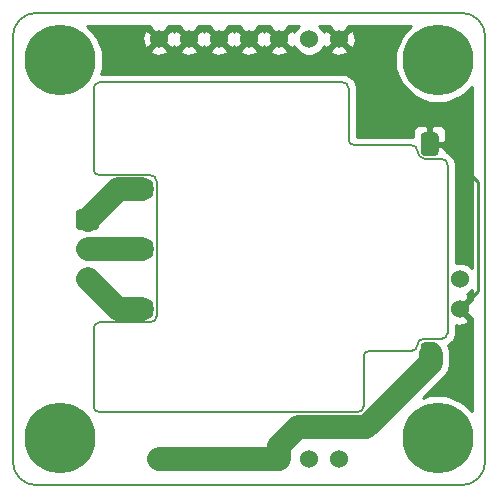
<source format=gtl>
%TF.GenerationSoftware,KiCad,Pcbnew,5.0.2+dfsg1-1*%
%TF.CreationDate,2022-03-26T23:49:25+09:00*%
%TF.ProjectId,pwm-esc-littlebee,70776d2d-6573-4632-9d6c-6974746c6562,rev?*%
%TF.SameCoordinates,Original*%
%TF.FileFunction,Copper,L1,Top*%
%TF.FilePolarity,Positive*%
%FSLAX46Y46*%
G04 Gerber Fmt 4.6, Leading zero omitted, Abs format (unit mm)*
G04 Created by KiCad (PCBNEW 5.0.2+dfsg1-1) date Sat 26 Mar 2022 11:49:25 PM JST*
%MOMM*%
%LPD*%
G01*
G04 APERTURE LIST*
%ADD10C,0.150000*%
%ADD11C,6.000000*%
%ADD12C,1.524000*%
%ADD13C,0.100000*%
%ADD14C,1.700000*%
%ADD15O,1.950000X1.700000*%
%ADD16C,2.000000*%
%ADD17C,0.250000*%
%ADD18C,0.254000*%
G04 APERTURE END LIST*
D10*
X116840000Y-63246000D02*
X116840000Y-56388000D01*
X121666000Y-63754000D02*
X117348000Y-63754000D01*
X117348000Y-63754000D02*
G75*
G02X116840000Y-63246000I0J508000D01*
G01*
X122174000Y-64262000D02*
X122174000Y-75692000D01*
X116840000Y-76708000D02*
X116840000Y-83312000D01*
X117348000Y-76200000D02*
X121666000Y-76200000D01*
X116840000Y-76708000D02*
G75*
G02X117348000Y-76200000I508000J0D01*
G01*
X122174000Y-75692000D02*
G75*
G02X121666000Y-76200000I-508000J0D01*
G01*
X121666000Y-63754000D02*
G75*
G02X122174000Y-64262000I0J-508000D01*
G01*
X138430000Y-56388000D02*
X138430000Y-60706000D01*
X137922000Y-55880000D02*
G75*
G02X138430000Y-56388000I0J-508000D01*
G01*
X117348000Y-55880000D02*
X137922000Y-55880000D01*
X138938000Y-61214000D02*
X143764000Y-61214000D01*
X138938000Y-61214000D02*
G75*
G02X138430000Y-60706000I0J508000D01*
G01*
X143764000Y-61214000D02*
G75*
G02X144272000Y-61722000I0J-508000D01*
G01*
X139700000Y-79121000D02*
X139700000Y-83312000D01*
X140208000Y-78613000D02*
X143764000Y-78613000D01*
X144272000Y-78105000D02*
G75*
G02X143764000Y-78613000I-508000J0D01*
G01*
X139700000Y-79121000D02*
G75*
G02X140208000Y-78613000I508000J0D01*
G01*
X139700000Y-83312000D02*
G75*
G02X139192000Y-83820000I-508000J0D01*
G01*
X117348000Y-83820000D02*
X139192000Y-83820000D01*
X117348000Y-83820000D02*
G75*
G02X116840000Y-83312000I0J508000D01*
G01*
X116840000Y-56388000D02*
G75*
G02X117348000Y-55880000I508000J0D01*
G01*
X144780000Y-77597000D02*
X146304000Y-77597000D01*
X144907000Y-62357000D02*
X146304000Y-62357000D01*
X144272000Y-78105000D02*
G75*
G02X144780000Y-77597000I508000J0D01*
G01*
X144907000Y-62357000D02*
G75*
G02X144272000Y-61722000I0J635000D01*
G01*
X146812000Y-77089000D02*
X146812000Y-62865000D01*
X146304000Y-62357000D02*
G75*
G02X146812000Y-62865000I0J-508000D01*
G01*
X146812000Y-77089000D02*
G75*
G02X146304000Y-77597000I-508000J0D01*
G01*
X112000000Y-90000000D02*
G75*
G02X110000000Y-88000000I0J2000000D01*
G01*
X150000000Y-88000000D02*
G75*
G02X148000000Y-90000000I-2000000J0D01*
G01*
X148000000Y-50000000D02*
G75*
G02X150000000Y-52000000I0J-2000000D01*
G01*
X110000000Y-52000000D02*
G75*
G02X112000000Y-50000000I2000000J0D01*
G01*
X110000000Y-88000000D02*
X110000000Y-52000000D01*
X148000000Y-90000000D02*
X112000000Y-90000000D01*
X150000000Y-52000000D02*
X150000000Y-88000000D01*
X112000000Y-50000000D02*
X148000000Y-50000000D01*
D11*
X146000000Y-86000000D03*
X114000000Y-54000000D03*
X146000000Y-54000000D03*
X114000000Y-86000000D03*
D12*
X122380000Y-52220000D03*
X124920000Y-52220000D03*
X127460000Y-52220000D03*
X130000000Y-52220000D03*
X132540000Y-52220000D03*
X135080000Y-52220000D03*
X137620000Y-52220000D03*
X122380000Y-87780000D03*
X124920000Y-87780000D03*
X127460000Y-87780000D03*
X130000000Y-87780000D03*
X132540000Y-87780000D03*
X135080000Y-87780000D03*
X137620000Y-87780000D03*
D13*
G36*
X121560345Y-74319835D02*
X121597329Y-74325321D01*
X121633598Y-74334406D01*
X121668802Y-74347002D01*
X121702602Y-74362988D01*
X121734672Y-74382210D01*
X121764704Y-74404483D01*
X121792408Y-74429592D01*
X121817517Y-74457296D01*
X121839790Y-74487328D01*
X121859012Y-74519398D01*
X121874998Y-74553198D01*
X121887594Y-74588402D01*
X121896679Y-74624671D01*
X121902165Y-74661655D01*
X121904000Y-74699000D01*
X121904000Y-75461000D01*
X121902165Y-75498345D01*
X121896679Y-75535329D01*
X121887594Y-75571598D01*
X121874998Y-75606802D01*
X121859012Y-75640602D01*
X121839790Y-75672672D01*
X121817517Y-75702704D01*
X121792408Y-75730408D01*
X121764704Y-75755517D01*
X121734672Y-75777790D01*
X121702602Y-75797012D01*
X121668802Y-75812998D01*
X121633598Y-75825594D01*
X121597329Y-75834679D01*
X121560345Y-75840165D01*
X121523000Y-75842000D01*
X120285000Y-75842000D01*
X120247655Y-75840165D01*
X120210671Y-75834679D01*
X120174402Y-75825594D01*
X120139198Y-75812998D01*
X120105398Y-75797012D01*
X120073328Y-75777790D01*
X120043296Y-75755517D01*
X120015592Y-75730408D01*
X119990483Y-75702704D01*
X119968210Y-75672672D01*
X119948988Y-75640602D01*
X119933002Y-75606802D01*
X119920406Y-75571598D01*
X119911321Y-75535329D01*
X119905835Y-75498345D01*
X119904000Y-75461000D01*
X119904000Y-74699000D01*
X119905835Y-74661655D01*
X119911321Y-74624671D01*
X119920406Y-74588402D01*
X119933002Y-74553198D01*
X119948988Y-74519398D01*
X119968210Y-74487328D01*
X119990483Y-74457296D01*
X120015592Y-74429592D01*
X120043296Y-74404483D01*
X120073328Y-74382210D01*
X120105398Y-74362988D01*
X120139198Y-74347002D01*
X120174402Y-74334406D01*
X120210671Y-74325321D01*
X120247655Y-74319835D01*
X120285000Y-74318000D01*
X121523000Y-74318000D01*
X121560345Y-74319835D01*
X121560345Y-74319835D01*
G37*
D12*
X120904000Y-75080000D03*
D13*
G36*
X121560345Y-69239835D02*
X121597329Y-69245321D01*
X121633598Y-69254406D01*
X121668802Y-69267002D01*
X121702602Y-69282988D01*
X121734672Y-69302210D01*
X121764704Y-69324483D01*
X121792408Y-69349592D01*
X121817517Y-69377296D01*
X121839790Y-69407328D01*
X121859012Y-69439398D01*
X121874998Y-69473198D01*
X121887594Y-69508402D01*
X121896679Y-69544671D01*
X121902165Y-69581655D01*
X121904000Y-69619000D01*
X121904000Y-70381000D01*
X121902165Y-70418345D01*
X121896679Y-70455329D01*
X121887594Y-70491598D01*
X121874998Y-70526802D01*
X121859012Y-70560602D01*
X121839790Y-70592672D01*
X121817517Y-70622704D01*
X121792408Y-70650408D01*
X121764704Y-70675517D01*
X121734672Y-70697790D01*
X121702602Y-70717012D01*
X121668802Y-70732998D01*
X121633598Y-70745594D01*
X121597329Y-70754679D01*
X121560345Y-70760165D01*
X121523000Y-70762000D01*
X120285000Y-70762000D01*
X120247655Y-70760165D01*
X120210671Y-70754679D01*
X120174402Y-70745594D01*
X120139198Y-70732998D01*
X120105398Y-70717012D01*
X120073328Y-70697790D01*
X120043296Y-70675517D01*
X120015592Y-70650408D01*
X119990483Y-70622704D01*
X119968210Y-70592672D01*
X119948988Y-70560602D01*
X119933002Y-70526802D01*
X119920406Y-70491598D01*
X119911321Y-70455329D01*
X119905835Y-70418345D01*
X119904000Y-70381000D01*
X119904000Y-69619000D01*
X119905835Y-69581655D01*
X119911321Y-69544671D01*
X119920406Y-69508402D01*
X119933002Y-69473198D01*
X119948988Y-69439398D01*
X119968210Y-69407328D01*
X119990483Y-69377296D01*
X120015592Y-69349592D01*
X120043296Y-69324483D01*
X120073328Y-69302210D01*
X120105398Y-69282988D01*
X120139198Y-69267002D01*
X120174402Y-69254406D01*
X120210671Y-69245321D01*
X120247655Y-69239835D01*
X120285000Y-69238000D01*
X121523000Y-69238000D01*
X121560345Y-69239835D01*
X121560345Y-69239835D01*
G37*
D12*
X120904000Y-70000000D03*
D13*
G36*
X121560345Y-64159835D02*
X121597329Y-64165321D01*
X121633598Y-64174406D01*
X121668802Y-64187002D01*
X121702602Y-64202988D01*
X121734672Y-64222210D01*
X121764704Y-64244483D01*
X121792408Y-64269592D01*
X121817517Y-64297296D01*
X121839790Y-64327328D01*
X121859012Y-64359398D01*
X121874998Y-64393198D01*
X121887594Y-64428402D01*
X121896679Y-64464671D01*
X121902165Y-64501655D01*
X121904000Y-64539000D01*
X121904000Y-65301000D01*
X121902165Y-65338345D01*
X121896679Y-65375329D01*
X121887594Y-65411598D01*
X121874998Y-65446802D01*
X121859012Y-65480602D01*
X121839790Y-65512672D01*
X121817517Y-65542704D01*
X121792408Y-65570408D01*
X121764704Y-65595517D01*
X121734672Y-65617790D01*
X121702602Y-65637012D01*
X121668802Y-65652998D01*
X121633598Y-65665594D01*
X121597329Y-65674679D01*
X121560345Y-65680165D01*
X121523000Y-65682000D01*
X120285000Y-65682000D01*
X120247655Y-65680165D01*
X120210671Y-65674679D01*
X120174402Y-65665594D01*
X120139198Y-65652998D01*
X120105398Y-65637012D01*
X120073328Y-65617790D01*
X120043296Y-65595517D01*
X120015592Y-65570408D01*
X119990483Y-65542704D01*
X119968210Y-65512672D01*
X119948988Y-65480602D01*
X119933002Y-65446802D01*
X119920406Y-65411598D01*
X119911321Y-65375329D01*
X119905835Y-65338345D01*
X119904000Y-65301000D01*
X119904000Y-64539000D01*
X119905835Y-64501655D01*
X119911321Y-64464671D01*
X119920406Y-64428402D01*
X119933002Y-64393198D01*
X119948988Y-64359398D01*
X119968210Y-64327328D01*
X119990483Y-64297296D01*
X120015592Y-64269592D01*
X120043296Y-64244483D01*
X120073328Y-64222210D01*
X120105398Y-64202988D01*
X120139198Y-64187002D01*
X120174402Y-64174406D01*
X120210671Y-64165321D01*
X120247655Y-64159835D01*
X120285000Y-64158000D01*
X121523000Y-64158000D01*
X121560345Y-64159835D01*
X121560345Y-64159835D01*
G37*
D12*
X120904000Y-64920000D03*
X147828000Y-75080000D03*
D13*
G36*
X145706345Y-77891835D02*
X145743329Y-77897321D01*
X145779598Y-77906406D01*
X145814802Y-77919002D01*
X145848602Y-77934988D01*
X145880672Y-77954210D01*
X145910704Y-77976483D01*
X145938408Y-78001592D01*
X145963517Y-78029296D01*
X145985790Y-78059328D01*
X146005012Y-78091398D01*
X146020998Y-78125198D01*
X146033594Y-78160402D01*
X146042679Y-78196671D01*
X146048165Y-78233655D01*
X146050000Y-78271000D01*
X146050000Y-79509000D01*
X146048165Y-79546345D01*
X146042679Y-79583329D01*
X146033594Y-79619598D01*
X146020998Y-79654802D01*
X146005012Y-79688602D01*
X145985790Y-79720672D01*
X145963517Y-79750704D01*
X145938408Y-79778408D01*
X145910704Y-79803517D01*
X145880672Y-79825790D01*
X145848602Y-79845012D01*
X145814802Y-79860998D01*
X145779598Y-79873594D01*
X145743329Y-79882679D01*
X145706345Y-79888165D01*
X145669000Y-79890000D01*
X144907000Y-79890000D01*
X144869655Y-79888165D01*
X144832671Y-79882679D01*
X144796402Y-79873594D01*
X144761198Y-79860998D01*
X144727398Y-79845012D01*
X144695328Y-79825790D01*
X144665296Y-79803517D01*
X144637592Y-79778408D01*
X144612483Y-79750704D01*
X144590210Y-79720672D01*
X144570988Y-79688602D01*
X144555002Y-79654802D01*
X144542406Y-79619598D01*
X144533321Y-79583329D01*
X144527835Y-79546345D01*
X144526000Y-79509000D01*
X144526000Y-78271000D01*
X144527835Y-78233655D01*
X144533321Y-78196671D01*
X144542406Y-78160402D01*
X144555002Y-78125198D01*
X144570988Y-78091398D01*
X144590210Y-78059328D01*
X144612483Y-78029296D01*
X144637592Y-78001592D01*
X144665296Y-77976483D01*
X144695328Y-77954210D01*
X144727398Y-77934988D01*
X144761198Y-77919002D01*
X144796402Y-77906406D01*
X144832671Y-77897321D01*
X144869655Y-77891835D01*
X144907000Y-77890000D01*
X145669000Y-77890000D01*
X145706345Y-77891835D01*
X145706345Y-77891835D01*
G37*
D12*
X145288000Y-78890000D03*
D13*
G36*
X145706345Y-60111835D02*
X145743329Y-60117321D01*
X145779598Y-60126406D01*
X145814802Y-60139002D01*
X145848602Y-60154988D01*
X145880672Y-60174210D01*
X145910704Y-60196483D01*
X145938408Y-60221592D01*
X145963517Y-60249296D01*
X145985790Y-60279328D01*
X146005012Y-60311398D01*
X146020998Y-60345198D01*
X146033594Y-60380402D01*
X146042679Y-60416671D01*
X146048165Y-60453655D01*
X146050000Y-60491000D01*
X146050000Y-61729000D01*
X146048165Y-61766345D01*
X146042679Y-61803329D01*
X146033594Y-61839598D01*
X146020998Y-61874802D01*
X146005012Y-61908602D01*
X145985790Y-61940672D01*
X145963517Y-61970704D01*
X145938408Y-61998408D01*
X145910704Y-62023517D01*
X145880672Y-62045790D01*
X145848602Y-62065012D01*
X145814802Y-62080998D01*
X145779598Y-62093594D01*
X145743329Y-62102679D01*
X145706345Y-62108165D01*
X145669000Y-62110000D01*
X144907000Y-62110000D01*
X144869655Y-62108165D01*
X144832671Y-62102679D01*
X144796402Y-62093594D01*
X144761198Y-62080998D01*
X144727398Y-62065012D01*
X144695328Y-62045790D01*
X144665296Y-62023517D01*
X144637592Y-61998408D01*
X144612483Y-61970704D01*
X144590210Y-61940672D01*
X144570988Y-61908602D01*
X144555002Y-61874802D01*
X144542406Y-61839598D01*
X144533321Y-61803329D01*
X144527835Y-61766345D01*
X144526000Y-61729000D01*
X144526000Y-60491000D01*
X144527835Y-60453655D01*
X144533321Y-60416671D01*
X144542406Y-60380402D01*
X144555002Y-60345198D01*
X144570988Y-60311398D01*
X144590210Y-60279328D01*
X144612483Y-60249296D01*
X144637592Y-60221592D01*
X144665296Y-60196483D01*
X144695328Y-60174210D01*
X144727398Y-60154988D01*
X144761198Y-60139002D01*
X144796402Y-60126406D01*
X144832671Y-60117321D01*
X144869655Y-60111835D01*
X144907000Y-60110000D01*
X145669000Y-60110000D01*
X145706345Y-60111835D01*
X145706345Y-60111835D01*
G37*
D12*
X145288000Y-61110000D03*
X147828000Y-72540000D03*
D13*
G36*
X117081504Y-66651204D02*
X117105773Y-66654804D01*
X117129571Y-66660765D01*
X117152671Y-66669030D01*
X117174849Y-66679520D01*
X117195893Y-66692133D01*
X117215598Y-66706747D01*
X117233777Y-66723223D01*
X117250253Y-66741402D01*
X117264867Y-66761107D01*
X117277480Y-66782151D01*
X117287970Y-66804329D01*
X117296235Y-66827429D01*
X117302196Y-66851227D01*
X117305796Y-66875496D01*
X117307000Y-66900000D01*
X117307000Y-68100000D01*
X117305796Y-68124504D01*
X117302196Y-68148773D01*
X117296235Y-68172571D01*
X117287970Y-68195671D01*
X117277480Y-68217849D01*
X117264867Y-68238893D01*
X117250253Y-68258598D01*
X117233777Y-68276777D01*
X117215598Y-68293253D01*
X117195893Y-68307867D01*
X117174849Y-68320480D01*
X117152671Y-68330970D01*
X117129571Y-68339235D01*
X117105773Y-68345196D01*
X117081504Y-68348796D01*
X117057000Y-68350000D01*
X115607000Y-68350000D01*
X115582496Y-68348796D01*
X115558227Y-68345196D01*
X115534429Y-68339235D01*
X115511329Y-68330970D01*
X115489151Y-68320480D01*
X115468107Y-68307867D01*
X115448402Y-68293253D01*
X115430223Y-68276777D01*
X115413747Y-68258598D01*
X115399133Y-68238893D01*
X115386520Y-68217849D01*
X115376030Y-68195671D01*
X115367765Y-68172571D01*
X115361804Y-68148773D01*
X115358204Y-68124504D01*
X115357000Y-68100000D01*
X115357000Y-66900000D01*
X115358204Y-66875496D01*
X115361804Y-66851227D01*
X115367765Y-66827429D01*
X115376030Y-66804329D01*
X115386520Y-66782151D01*
X115399133Y-66761107D01*
X115413747Y-66741402D01*
X115430223Y-66723223D01*
X115448402Y-66706747D01*
X115468107Y-66692133D01*
X115489151Y-66679520D01*
X115511329Y-66669030D01*
X115534429Y-66660765D01*
X115558227Y-66654804D01*
X115582496Y-66651204D01*
X115607000Y-66650000D01*
X117057000Y-66650000D01*
X117081504Y-66651204D01*
X117081504Y-66651204D01*
G37*
D14*
X116332000Y-67500000D03*
D15*
X116332000Y-70000000D03*
X116332000Y-72500000D03*
D16*
X118912000Y-64920000D02*
X116332000Y-67500000D01*
X120904000Y-64920000D02*
X118912000Y-64920000D01*
X120904000Y-70000000D02*
X116332000Y-70000000D01*
X118912000Y-75080000D02*
X116332000Y-72500000D01*
X120904000Y-75080000D02*
X118912000Y-75080000D01*
D17*
X146150000Y-61110000D02*
X149352000Y-64312000D01*
X145288000Y-61110000D02*
X146150000Y-61110000D01*
X149352000Y-73556000D02*
X147828000Y-75080000D01*
X149352000Y-64312000D02*
X149352000Y-73556000D01*
D16*
X122380000Y-87780000D02*
X130000000Y-87780000D01*
X130000000Y-87780000D02*
X132540000Y-87780000D01*
X145375372Y-79625704D02*
X145375372Y-78913411D01*
X139906066Y-85095010D02*
X145375372Y-79625704D01*
X134147360Y-85095010D02*
X139906066Y-85095010D01*
X132540000Y-86702370D02*
X134147360Y-85095010D01*
X132540000Y-87780000D02*
X132540000Y-86702370D01*
D18*
G36*
X148873000Y-74297975D02*
X148808213Y-74279392D01*
X148007605Y-75080000D01*
X148808213Y-75880608D01*
X148873000Y-75862025D01*
X148873000Y-83732334D01*
X148059062Y-82918396D01*
X146723046Y-82365000D01*
X145276954Y-82365000D01*
X144715932Y-82597383D01*
X146417625Y-80895690D01*
X146554141Y-80804473D01*
X146784875Y-80459155D01*
X146915508Y-80263650D01*
X147042403Y-79625704D01*
X147010372Y-79464673D01*
X147010372Y-78752381D01*
X146915508Y-78275466D01*
X146844244Y-78168811D01*
X146892859Y-78148674D01*
X147057666Y-78038553D01*
X147193218Y-77903000D01*
X147253553Y-77842666D01*
X147363674Y-77677859D01*
X147454541Y-77458486D01*
X147469689Y-77421917D01*
X147508358Y-77227513D01*
X147508358Y-77227509D01*
X147522000Y-77158926D01*
X147522000Y-76454073D01*
X147620302Y-76489144D01*
X148175368Y-76461362D01*
X148559143Y-76302397D01*
X148628608Y-76060213D01*
X147828000Y-75259605D01*
X147813858Y-75273748D01*
X147634253Y-75094143D01*
X147648395Y-75080000D01*
X147634253Y-75065858D01*
X147813858Y-74886253D01*
X147828000Y-74900395D01*
X148628608Y-74099787D01*
X148559143Y-73857603D01*
X148418607Y-73807465D01*
X148619337Y-73724320D01*
X148873000Y-73470657D01*
X148873000Y-74297975D01*
X148873000Y-74297975D01*
G37*
X148873000Y-74297975D02*
X148808213Y-74279392D01*
X148007605Y-75080000D01*
X148808213Y-75880608D01*
X148873000Y-75862025D01*
X148873000Y-83732334D01*
X148059062Y-82918396D01*
X146723046Y-82365000D01*
X145276954Y-82365000D01*
X144715932Y-82597383D01*
X146417625Y-80895690D01*
X146554141Y-80804473D01*
X146784875Y-80459155D01*
X146915508Y-80263650D01*
X147042403Y-79625704D01*
X147010372Y-79464673D01*
X147010372Y-78752381D01*
X146915508Y-78275466D01*
X146844244Y-78168811D01*
X146892859Y-78148674D01*
X147057666Y-78038553D01*
X147193218Y-77903000D01*
X147253553Y-77842666D01*
X147363674Y-77677859D01*
X147454541Y-77458486D01*
X147469689Y-77421917D01*
X147508358Y-77227513D01*
X147508358Y-77227509D01*
X147522000Y-77158926D01*
X147522000Y-76454073D01*
X147620302Y-76489144D01*
X148175368Y-76461362D01*
X148559143Y-76302397D01*
X148628608Y-76060213D01*
X147828000Y-75259605D01*
X147813858Y-75273748D01*
X147634253Y-75094143D01*
X147648395Y-75080000D01*
X147634253Y-75065858D01*
X147813858Y-74886253D01*
X147828000Y-74900395D01*
X148628608Y-74099787D01*
X148559143Y-73857603D01*
X148418607Y-73807465D01*
X148619337Y-73724320D01*
X148873000Y-73470657D01*
X148873000Y-74297975D01*
G36*
X121579392Y-51239787D02*
X122380000Y-52040395D01*
X123180608Y-51239787D01*
X123148258Y-51127000D01*
X124151742Y-51127000D01*
X124119392Y-51239787D01*
X124920000Y-52040395D01*
X125720608Y-51239787D01*
X125688258Y-51127000D01*
X126691742Y-51127000D01*
X126659392Y-51239787D01*
X127460000Y-52040395D01*
X128260608Y-51239787D01*
X128228258Y-51127000D01*
X129231742Y-51127000D01*
X129199392Y-51239787D01*
X130000000Y-52040395D01*
X130800608Y-51239787D01*
X130768258Y-51127000D01*
X131771742Y-51127000D01*
X131739392Y-51239787D01*
X132540000Y-52040395D01*
X133340608Y-51239787D01*
X133308258Y-51127000D01*
X134197343Y-51127000D01*
X133895680Y-51428663D01*
X133816572Y-51619647D01*
X133762397Y-51488857D01*
X133520213Y-51419392D01*
X132719605Y-52220000D01*
X133520213Y-53020608D01*
X133762397Y-52951143D01*
X133812535Y-52810607D01*
X133895680Y-53011337D01*
X134288663Y-53404320D01*
X134802119Y-53617000D01*
X135357881Y-53617000D01*
X135871337Y-53404320D01*
X136075444Y-53200213D01*
X136819392Y-53200213D01*
X136888857Y-53442397D01*
X137412302Y-53629144D01*
X137967368Y-53601362D01*
X138351143Y-53442397D01*
X138420608Y-53200213D01*
X137620000Y-52399605D01*
X136819392Y-53200213D01*
X136075444Y-53200213D01*
X136264320Y-53011337D01*
X136343428Y-52820353D01*
X136397603Y-52951143D01*
X136639787Y-53020608D01*
X137440395Y-52220000D01*
X137799605Y-52220000D01*
X138600213Y-53020608D01*
X138842397Y-52951143D01*
X139029144Y-52427698D01*
X139001362Y-51872632D01*
X138842397Y-51488857D01*
X138600213Y-51419392D01*
X137799605Y-52220000D01*
X137440395Y-52220000D01*
X136639787Y-51419392D01*
X136397603Y-51488857D01*
X136347465Y-51629393D01*
X136264320Y-51428663D01*
X135962657Y-51127000D01*
X136851742Y-51127000D01*
X136819392Y-51239787D01*
X137620000Y-52040395D01*
X138420608Y-51239787D01*
X138388258Y-51127000D01*
X143732334Y-51127000D01*
X142918396Y-51940938D01*
X142365000Y-53276954D01*
X142365000Y-54723046D01*
X142918396Y-56059062D01*
X143940938Y-57081604D01*
X145276954Y-57635000D01*
X146723046Y-57635000D01*
X148059062Y-57081604D01*
X148873000Y-56267666D01*
X148873000Y-71609343D01*
X148619337Y-71355680D01*
X148105881Y-71143000D01*
X147550119Y-71143000D01*
X147522000Y-71154647D01*
X147522000Y-62795074D01*
X147508358Y-62726491D01*
X147508358Y-62726487D01*
X147469689Y-62532083D01*
X147422582Y-62418357D01*
X147363674Y-62276141D01*
X147253553Y-62111334D01*
X147116457Y-61974239D01*
X147057666Y-61915447D01*
X146892859Y-61805326D01*
X146776783Y-61757246D01*
X146685000Y-61719228D01*
X146685000Y-61395750D01*
X146526250Y-61237000D01*
X145415000Y-61237000D01*
X145415000Y-61257000D01*
X145161000Y-61257000D01*
X145161000Y-61237000D01*
X145141000Y-61237000D01*
X145141000Y-60983000D01*
X145161000Y-60983000D01*
X145161000Y-59633750D01*
X145415000Y-59633750D01*
X145415000Y-60983000D01*
X146526250Y-60983000D01*
X146685000Y-60824250D01*
X146685000Y-59983691D01*
X146588327Y-59750302D01*
X146409699Y-59571673D01*
X146176310Y-59475000D01*
X145573750Y-59475000D01*
X145415000Y-59633750D01*
X145161000Y-59633750D01*
X145002250Y-59475000D01*
X144399690Y-59475000D01*
X144166301Y-59571673D01*
X143987673Y-59750302D01*
X143891000Y-59983691D01*
X143891000Y-60515353D01*
X143833926Y-60504000D01*
X139140000Y-60504000D01*
X139140000Y-56318074D01*
X139126358Y-56249491D01*
X139126358Y-56249487D01*
X139087689Y-56055083D01*
X139043776Y-55949069D01*
X138981674Y-55799141D01*
X138871553Y-55634334D01*
X138734457Y-55497239D01*
X138675666Y-55438447D01*
X138510859Y-55328326D01*
X138404844Y-55284413D01*
X138254917Y-55222311D01*
X138060514Y-55183642D01*
X138060509Y-55183642D01*
X137991926Y-55170000D01*
X117449866Y-55170000D01*
X117635000Y-54723046D01*
X117635000Y-53276954D01*
X117603213Y-53200213D01*
X121579392Y-53200213D01*
X121648857Y-53442397D01*
X122172302Y-53629144D01*
X122727368Y-53601362D01*
X123111143Y-53442397D01*
X123180608Y-53200213D01*
X124119392Y-53200213D01*
X124188857Y-53442397D01*
X124712302Y-53629144D01*
X125267368Y-53601362D01*
X125651143Y-53442397D01*
X125720608Y-53200213D01*
X126659392Y-53200213D01*
X126728857Y-53442397D01*
X127252302Y-53629144D01*
X127807368Y-53601362D01*
X128191143Y-53442397D01*
X128260608Y-53200213D01*
X129199392Y-53200213D01*
X129268857Y-53442397D01*
X129792302Y-53629144D01*
X130347368Y-53601362D01*
X130731143Y-53442397D01*
X130800608Y-53200213D01*
X131739392Y-53200213D01*
X131808857Y-53442397D01*
X132332302Y-53629144D01*
X132887368Y-53601362D01*
X133271143Y-53442397D01*
X133340608Y-53200213D01*
X132540000Y-52399605D01*
X131739392Y-53200213D01*
X130800608Y-53200213D01*
X130000000Y-52399605D01*
X129199392Y-53200213D01*
X128260608Y-53200213D01*
X127460000Y-52399605D01*
X126659392Y-53200213D01*
X125720608Y-53200213D01*
X124920000Y-52399605D01*
X124119392Y-53200213D01*
X123180608Y-53200213D01*
X122380000Y-52399605D01*
X121579392Y-53200213D01*
X117603213Y-53200213D01*
X117111164Y-52012302D01*
X120970856Y-52012302D01*
X120998638Y-52567368D01*
X121157603Y-52951143D01*
X121399787Y-53020608D01*
X122200395Y-52220000D01*
X122559605Y-52220000D01*
X123360213Y-53020608D01*
X123602397Y-52951143D01*
X123646453Y-52827656D01*
X123697603Y-52951143D01*
X123939787Y-53020608D01*
X124740395Y-52220000D01*
X125099605Y-52220000D01*
X125900213Y-53020608D01*
X126142397Y-52951143D01*
X126186453Y-52827656D01*
X126237603Y-52951143D01*
X126479787Y-53020608D01*
X127280395Y-52220000D01*
X127639605Y-52220000D01*
X128440213Y-53020608D01*
X128682397Y-52951143D01*
X128726453Y-52827656D01*
X128777603Y-52951143D01*
X129019787Y-53020608D01*
X129820395Y-52220000D01*
X130179605Y-52220000D01*
X130980213Y-53020608D01*
X131222397Y-52951143D01*
X131266453Y-52827656D01*
X131317603Y-52951143D01*
X131559787Y-53020608D01*
X132360395Y-52220000D01*
X131559787Y-51419392D01*
X131317603Y-51488857D01*
X131273547Y-51612344D01*
X131222397Y-51488857D01*
X130980213Y-51419392D01*
X130179605Y-52220000D01*
X129820395Y-52220000D01*
X129019787Y-51419392D01*
X128777603Y-51488857D01*
X128733547Y-51612344D01*
X128682397Y-51488857D01*
X128440213Y-51419392D01*
X127639605Y-52220000D01*
X127280395Y-52220000D01*
X126479787Y-51419392D01*
X126237603Y-51488857D01*
X126193547Y-51612344D01*
X126142397Y-51488857D01*
X125900213Y-51419392D01*
X125099605Y-52220000D01*
X124740395Y-52220000D01*
X123939787Y-51419392D01*
X123697603Y-51488857D01*
X123653547Y-51612344D01*
X123602397Y-51488857D01*
X123360213Y-51419392D01*
X122559605Y-52220000D01*
X122200395Y-52220000D01*
X121399787Y-51419392D01*
X121157603Y-51488857D01*
X120970856Y-52012302D01*
X117111164Y-52012302D01*
X117081604Y-51940938D01*
X116267666Y-51127000D01*
X121611742Y-51127000D01*
X121579392Y-51239787D01*
X121579392Y-51239787D01*
G37*
X121579392Y-51239787D02*
X122380000Y-52040395D01*
X123180608Y-51239787D01*
X123148258Y-51127000D01*
X124151742Y-51127000D01*
X124119392Y-51239787D01*
X124920000Y-52040395D01*
X125720608Y-51239787D01*
X125688258Y-51127000D01*
X126691742Y-51127000D01*
X126659392Y-51239787D01*
X127460000Y-52040395D01*
X128260608Y-51239787D01*
X128228258Y-51127000D01*
X129231742Y-51127000D01*
X129199392Y-51239787D01*
X130000000Y-52040395D01*
X130800608Y-51239787D01*
X130768258Y-51127000D01*
X131771742Y-51127000D01*
X131739392Y-51239787D01*
X132540000Y-52040395D01*
X133340608Y-51239787D01*
X133308258Y-51127000D01*
X134197343Y-51127000D01*
X133895680Y-51428663D01*
X133816572Y-51619647D01*
X133762397Y-51488857D01*
X133520213Y-51419392D01*
X132719605Y-52220000D01*
X133520213Y-53020608D01*
X133762397Y-52951143D01*
X133812535Y-52810607D01*
X133895680Y-53011337D01*
X134288663Y-53404320D01*
X134802119Y-53617000D01*
X135357881Y-53617000D01*
X135871337Y-53404320D01*
X136075444Y-53200213D01*
X136819392Y-53200213D01*
X136888857Y-53442397D01*
X137412302Y-53629144D01*
X137967368Y-53601362D01*
X138351143Y-53442397D01*
X138420608Y-53200213D01*
X137620000Y-52399605D01*
X136819392Y-53200213D01*
X136075444Y-53200213D01*
X136264320Y-53011337D01*
X136343428Y-52820353D01*
X136397603Y-52951143D01*
X136639787Y-53020608D01*
X137440395Y-52220000D01*
X137799605Y-52220000D01*
X138600213Y-53020608D01*
X138842397Y-52951143D01*
X139029144Y-52427698D01*
X139001362Y-51872632D01*
X138842397Y-51488857D01*
X138600213Y-51419392D01*
X137799605Y-52220000D01*
X137440395Y-52220000D01*
X136639787Y-51419392D01*
X136397603Y-51488857D01*
X136347465Y-51629393D01*
X136264320Y-51428663D01*
X135962657Y-51127000D01*
X136851742Y-51127000D01*
X136819392Y-51239787D01*
X137620000Y-52040395D01*
X138420608Y-51239787D01*
X138388258Y-51127000D01*
X143732334Y-51127000D01*
X142918396Y-51940938D01*
X142365000Y-53276954D01*
X142365000Y-54723046D01*
X142918396Y-56059062D01*
X143940938Y-57081604D01*
X145276954Y-57635000D01*
X146723046Y-57635000D01*
X148059062Y-57081604D01*
X148873000Y-56267666D01*
X148873000Y-71609343D01*
X148619337Y-71355680D01*
X148105881Y-71143000D01*
X147550119Y-71143000D01*
X147522000Y-71154647D01*
X147522000Y-62795074D01*
X147508358Y-62726491D01*
X147508358Y-62726487D01*
X147469689Y-62532083D01*
X147422582Y-62418357D01*
X147363674Y-62276141D01*
X147253553Y-62111334D01*
X147116457Y-61974239D01*
X147057666Y-61915447D01*
X146892859Y-61805326D01*
X146776783Y-61757246D01*
X146685000Y-61719228D01*
X146685000Y-61395750D01*
X146526250Y-61237000D01*
X145415000Y-61237000D01*
X145415000Y-61257000D01*
X145161000Y-61257000D01*
X145161000Y-61237000D01*
X145141000Y-61237000D01*
X145141000Y-60983000D01*
X145161000Y-60983000D01*
X145161000Y-59633750D01*
X145415000Y-59633750D01*
X145415000Y-60983000D01*
X146526250Y-60983000D01*
X146685000Y-60824250D01*
X146685000Y-59983691D01*
X146588327Y-59750302D01*
X146409699Y-59571673D01*
X146176310Y-59475000D01*
X145573750Y-59475000D01*
X145415000Y-59633750D01*
X145161000Y-59633750D01*
X145002250Y-59475000D01*
X144399690Y-59475000D01*
X144166301Y-59571673D01*
X143987673Y-59750302D01*
X143891000Y-59983691D01*
X143891000Y-60515353D01*
X143833926Y-60504000D01*
X139140000Y-60504000D01*
X139140000Y-56318074D01*
X139126358Y-56249491D01*
X139126358Y-56249487D01*
X139087689Y-56055083D01*
X139043776Y-55949069D01*
X138981674Y-55799141D01*
X138871553Y-55634334D01*
X138734457Y-55497239D01*
X138675666Y-55438447D01*
X138510859Y-55328326D01*
X138404844Y-55284413D01*
X138254917Y-55222311D01*
X138060514Y-55183642D01*
X138060509Y-55183642D01*
X137991926Y-55170000D01*
X117449866Y-55170000D01*
X117635000Y-54723046D01*
X117635000Y-53276954D01*
X117603213Y-53200213D01*
X121579392Y-53200213D01*
X121648857Y-53442397D01*
X122172302Y-53629144D01*
X122727368Y-53601362D01*
X123111143Y-53442397D01*
X123180608Y-53200213D01*
X124119392Y-53200213D01*
X124188857Y-53442397D01*
X124712302Y-53629144D01*
X125267368Y-53601362D01*
X125651143Y-53442397D01*
X125720608Y-53200213D01*
X126659392Y-53200213D01*
X126728857Y-53442397D01*
X127252302Y-53629144D01*
X127807368Y-53601362D01*
X128191143Y-53442397D01*
X128260608Y-53200213D01*
X129199392Y-53200213D01*
X129268857Y-53442397D01*
X129792302Y-53629144D01*
X130347368Y-53601362D01*
X130731143Y-53442397D01*
X130800608Y-53200213D01*
X131739392Y-53200213D01*
X131808857Y-53442397D01*
X132332302Y-53629144D01*
X132887368Y-53601362D01*
X133271143Y-53442397D01*
X133340608Y-53200213D01*
X132540000Y-52399605D01*
X131739392Y-53200213D01*
X130800608Y-53200213D01*
X130000000Y-52399605D01*
X129199392Y-53200213D01*
X128260608Y-53200213D01*
X127460000Y-52399605D01*
X126659392Y-53200213D01*
X125720608Y-53200213D01*
X124920000Y-52399605D01*
X124119392Y-53200213D01*
X123180608Y-53200213D01*
X122380000Y-52399605D01*
X121579392Y-53200213D01*
X117603213Y-53200213D01*
X117111164Y-52012302D01*
X120970856Y-52012302D01*
X120998638Y-52567368D01*
X121157603Y-52951143D01*
X121399787Y-53020608D01*
X122200395Y-52220000D01*
X122559605Y-52220000D01*
X123360213Y-53020608D01*
X123602397Y-52951143D01*
X123646453Y-52827656D01*
X123697603Y-52951143D01*
X123939787Y-53020608D01*
X124740395Y-52220000D01*
X125099605Y-52220000D01*
X125900213Y-53020608D01*
X126142397Y-52951143D01*
X126186453Y-52827656D01*
X126237603Y-52951143D01*
X126479787Y-53020608D01*
X127280395Y-52220000D01*
X127639605Y-52220000D01*
X128440213Y-53020608D01*
X128682397Y-52951143D01*
X128726453Y-52827656D01*
X128777603Y-52951143D01*
X129019787Y-53020608D01*
X129820395Y-52220000D01*
X130179605Y-52220000D01*
X130980213Y-53020608D01*
X131222397Y-52951143D01*
X131266453Y-52827656D01*
X131317603Y-52951143D01*
X131559787Y-53020608D01*
X132360395Y-52220000D01*
X131559787Y-51419392D01*
X131317603Y-51488857D01*
X131273547Y-51612344D01*
X131222397Y-51488857D01*
X130980213Y-51419392D01*
X130179605Y-52220000D01*
X129820395Y-52220000D01*
X129019787Y-51419392D01*
X128777603Y-51488857D01*
X128733547Y-51612344D01*
X128682397Y-51488857D01*
X128440213Y-51419392D01*
X127639605Y-52220000D01*
X127280395Y-52220000D01*
X126479787Y-51419392D01*
X126237603Y-51488857D01*
X126193547Y-51612344D01*
X126142397Y-51488857D01*
X125900213Y-51419392D01*
X125099605Y-52220000D01*
X124740395Y-52220000D01*
X123939787Y-51419392D01*
X123697603Y-51488857D01*
X123653547Y-51612344D01*
X123602397Y-51488857D01*
X123360213Y-51419392D01*
X122559605Y-52220000D01*
X122200395Y-52220000D01*
X121399787Y-51419392D01*
X121157603Y-51488857D01*
X120970856Y-52012302D01*
X117111164Y-52012302D01*
X117081604Y-51940938D01*
X116267666Y-51127000D01*
X121611742Y-51127000D01*
X121579392Y-51239787D01*
M02*

</source>
